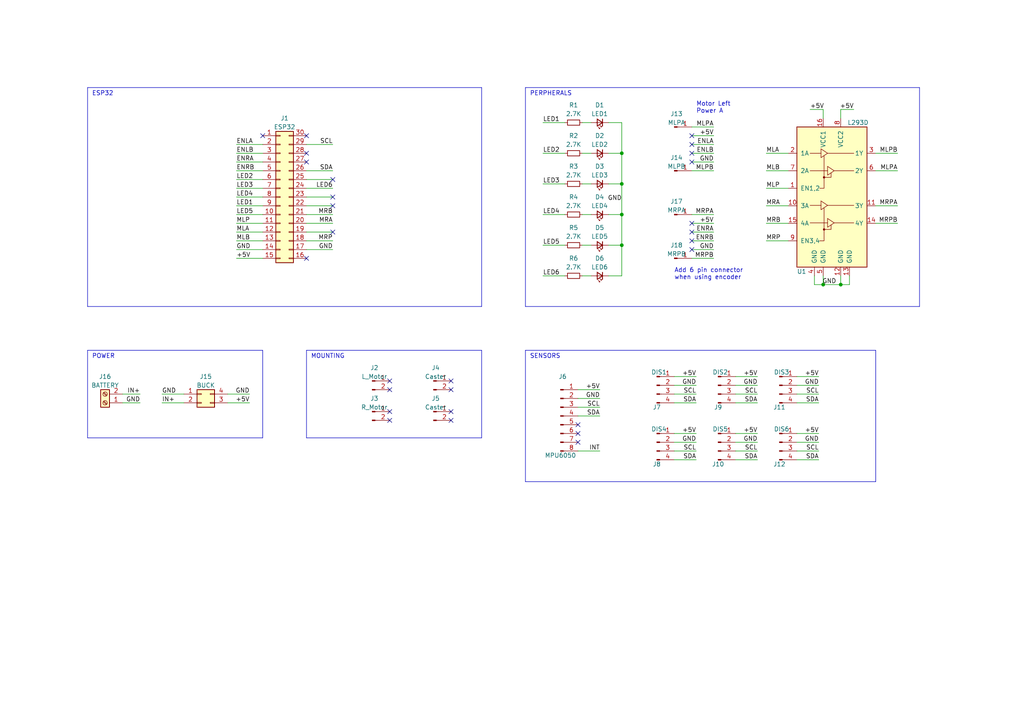
<source format=kicad_sch>
(kicad_sch (version 20230121) (generator eeschema)
  (paper "A4")
  (lib_symbols
    (symbol "Connector:Conn_01x01_Male" (pin_names (offset 1.016) hide)
      (property "Reference" "J" (at 0 2.54 0))
      (property "Value" "Conn_01x01_Male" (at 0 -2.54 0))
      (symbol "Conn_01x01_Male_1_1"
        (polyline (pts (xy 1.27 0) (xy 0.8636 0)) (stroke (width 0.1524)))
        (rectangle (start 0.8636 0.127) (end 0 -0.127) (stroke (width 0.1524)) (fill (type outline)))
        (pin passive line (at 5.08 0 180) (length 3.81) (name "Pin_1") (number "1"))
      )
    )
    (symbol "Connector:Conn_01x02_Male" (pin_names (offset 1.016) hide)
      (property "Reference" "J" (at 0 2.54 0))
      (property "Value" "Conn_01x02_Male" (at 0 -5.08 0))
      (symbol "Conn_01x02_Male_1_1"
        (polyline (pts (xy 1.27 -2.54) (xy 0.8636 -2.54)) (stroke (width 0.1524)))
        (polyline (pts (xy 1.27 0) (xy 0.8636 0)) (stroke (width 0.1524)))
        (rectangle (start 0.8636 -2.413) (end 0 -2.667) (stroke (width 0.1524)) (fill (type outline)))
        (rectangle (start 0.8636 0.127) (end 0 -0.127) (stroke (width 0.1524)) (fill (type outline)))
        (pin passive line (at 5.08 0 180) (length 3.81) (name "Pin_1") (number "1"))
        (pin passive line (at 5.08 -2.54 180) (length 3.81) (name "Pin_2") (number "2"))
      )
    )
    (symbol "Connector:Conn_01x04_Male" (pin_names (offset 1.016) hide)
      (property "Reference" "J" (at 0 5.08 0))
      (property "Value" "Conn_01x04_Male" (at 0 -7.62 0))
      (symbol "Conn_01x04_Male_1_1"
        (polyline (pts (xy 1.27 -5.08) (xy 0.8636 -5.08)) (stroke (width 0.1524)))
        (polyline (pts (xy 1.27 -2.54) (xy 0.8636 -2.54)) (stroke (width 0.1524)))
        (polyline (pts (xy 1.27 0) (xy 0.8636 0)) (stroke (width 0.1524)))
        (polyline (pts (xy 1.27 2.54) (xy 0.8636 2.54)) (stroke (width 0.1524)))
        (rectangle (start 0.8636 -4.953) (end 0 -5.207) (stroke (width 0.1524)) (fill (type outline)))
        (rectangle (start 0.8636 -2.413) (end 0 -2.667) (stroke (width 0.1524)) (fill (type outline)))
        (rectangle (start 0.8636 0.127) (end 0 -0.127) (stroke (width 0.1524)) (fill (type outline)))
        (rectangle (start 0.8636 2.667) (end 0 2.413) (stroke (width 0.1524)) (fill (type outline)))
        (pin passive line (at 5.08 2.54 180) (length 3.81) (name "Pin_1") (number "1"))
        (pin passive line (at 5.08 0 180) (length 3.81) (name "Pin_2") (number "2"))
        (pin passive line (at 5.08 -2.54 180) (length 3.81) (name "Pin_3") (number "3"))
        (pin passive line (at 5.08 -5.08 180) (length 3.81) (name "Pin_4") (number "4"))
      )
    )
    (symbol "Connector:Conn_01x08_Male" (pin_names (offset 1.016) hide)
      (property "Reference" "J" (at 0 10.16 0))
      (property "Value" "Conn_01x08_Male" (at 0 -12.7 0))
      (symbol "Conn_01x08_Male_1_1"
        (polyline (pts (xy 1.27 -10.16) (xy 0.8636 -10.16)) (stroke (width 0.1524)))
        (polyline (pts (xy 1.27 -7.62) (xy 0.8636 -7.62)) (stroke (width 0.1524)))
        (polyline (pts (xy 1.27 -5.08) (xy 0.8636 -5.08)) (stroke (width 0.1524)))
        (polyline (pts (xy 1.27 -2.54) (xy 0.8636 -2.54)) (stroke (width 0.1524)))
        (polyline (pts (xy 1.27 0) (xy 0.8636 0)) (stroke (width 0.1524)))
        (polyline (pts (xy 1.27 2.54) (xy 0.8636 2.54)) (stroke (width 0.1524)))
        (polyline (pts (xy 1.27 5.08) (xy 0.8636 5.08)) (stroke (width 0.1524)))
        (polyline (pts (xy 1.27 7.62) (xy 0.8636 7.62)) (stroke (width 0.1524)))
        (rectangle (start 0.8636 -10.033) (end 0 -10.287) (stroke (width 0.1524)) (fill (type outline)))
        (rectangle (start 0.8636 -7.493) (end 0 -7.747) (stroke (width 0.1524)) (fill (type outline)))
        (rectangle (start 0.8636 -4.953) (end 0 -5.207) (stroke (width 0.1524)) (fill (type outline)))
        (rectangle (start 0.8636 -2.413) (end 0 -2.667) (stroke (width 0.1524)) (fill (type outline)))
        (rectangle (start 0.8636 0.127) (end 0 -0.127) (stroke (width 0.1524)) (fill (type outline)))
        (rectangle (start 0.8636 2.667) (end 0 2.413) (stroke (width 0.1524)) (fill (type outline)))
        (rectangle (start 0.8636 5.207) (end 0 4.953) (stroke (width 0.1524)) (fill (type outline)))
        (rectangle (start 0.8636 7.747) (end 0 7.493) (stroke (width 0.1524)) (fill (type outline)))
        (pin passive line (at 5.08 7.62 180) (length 3.81) (name "Pin_1") (number "1"))
        (pin passive line (at 5.08 5.08 180) (length 3.81) (name "Pin_2") (number "2"))
        (pin passive line (at 5.08 2.54 180) (length 3.81) (name "Pin_3") (number "3"))
        (pin passive line (at 5.08 0 180) (length 3.81) (name "Pin_4") (number "4"))
        (pin passive line (at 5.08 -2.54 180) (length 3.81) (name "Pin_5") (number "5"))
        (pin passive line (at 5.08 -5.08 180) (length 3.81) (name "Pin_6") (number "6"))
        (pin passive line (at 5.08 -7.62 180) (length 3.81) (name "Pin_7") (number "7"))
        (pin passive line (at 5.08 -10.16 180) (length 3.81) (name "Pin_8") (number "8"))
      )
    )
    (symbol "Connector:Screw_Terminal_01x02" (pin_names (offset 1.016) hide)
      (property "Reference" "J" (at 0 2.54 0))
      (property "Value" "Screw_Terminal_01x02" (at 0 -5.08 0))
      (symbol "Screw_Terminal_01x02_1_1"
        (rectangle (start -1.27 1.27) (end 1.27 -3.81) (stroke (width 0.254)) (fill (type background)))
        (circle (center 0 -2.54) (radius 0.635) (stroke (width 0.1524)))
        (polyline (pts (xy -0.5334 -2.2098) (xy 0.3302 -3.048)) (stroke (width 0.1524)))
        (polyline (pts (xy -0.5334 0.3302) (xy 0.3302 -0.508)) (stroke (width 0.1524)))
        (polyline (pts (xy -0.3556 -2.032) (xy 0.508 -2.8702)) (stroke (width 0.1524)))
        (polyline (pts (xy -0.3556 0.508) (xy 0.508 -0.3302)) (stroke (width 0.1524)))
        (circle (center 0 0) (radius 0.635) (stroke (width 0.1524)))
        (pin passive line (at -5.08 0 0) (length 3.81) (name "Pin_1") (number "1"))
        (pin passive line (at -5.08 -2.54 0) (length 3.81) (name "Pin_2") (number "2"))
      )
    )
    (symbol "Connector_Generic:Conn_02x02_Counter_Clockwise" (pin_names (offset 1.016) hide)
      (property "Reference" "J" (at 1.27 2.54 0))
      (property "Value" "Conn_02x02_Counter_Clockwise" (at 1.27 -5.08 0))
      (symbol "Conn_02x02_Counter_Clockwise_1_1"
        (rectangle (start -1.27 -2.413) (end 0 -2.667) (stroke (width 0.1524)))
        (rectangle (start -1.27 0.127) (end 0 -0.127) (stroke (width 0.1524)))
        (rectangle (start -1.27 1.27) (end 3.81 -3.81) (stroke (width 0.254)) (fill (type background)))
        (rectangle (start 3.81 -2.413) (end 2.54 -2.667) (stroke (width 0.1524)))
        (rectangle (start 3.81 0.127) (end 2.54 -0.127) (stroke (width 0.1524)))
        (pin passive line (at -5.08 0 0) (length 3.81) (name "Pin_1") (number "1"))
        (pin passive line (at -5.08 -2.54 0) (length 3.81) (name "Pin_2") (number "2"))
        (pin passive line (at 7.62 -2.54 180) (length 3.81) (name "Pin_3") (number "3"))
        (pin passive line (at 7.62 0 180) (length 3.81) (name "Pin_4") (number "4"))
      )
    )
    (symbol "Connector_Generic:Conn_02x15_Counter_Clockwise" (pin_names (offset 1.016) hide)
      (property "Reference" "J" (at 1.27 20.32 0))
      (property "Value" "Conn_02x15_Counter_Clockwise" (at 1.27 -20.32 0))
      (symbol "Conn_02x15_Counter_Clockwise_1_1"
        (rectangle (start -1.27 -17.653) (end 0 -17.907) (stroke (width 0.1524)))
        (rectangle (start -1.27 -15.113) (end 0 -15.367) (stroke (width 0.1524)))
        (rectangle (start -1.27 -12.573) (end 0 -12.827) (stroke (width 0.1524)))
        (rectangle (start -1.27 -10.033) (end 0 -10.287) (stroke (width 0.1524)))
        (rectangle (start -1.27 -7.493) (end 0 -7.747) (stroke (width 0.1524)))
        (rectangle (start -1.27 -4.953) (end 0 -5.207) (stroke (width 0.1524)))
        (rectangle (start -1.27 -2.413) (end 0 -2.667) (stroke (width 0.1524)))
        (rectangle (start -1.27 0.127) (end 0 -0.127) (stroke (width 0.1524)))
        (rectangle (start -1.27 2.667) (end 0 2.413) (stroke (width 0.1524)))
        (rectangle (start -1.27 5.207) (end 0 4.953) (stroke (width 0.1524)))
        (rectangle (start -1.27 7.747) (end 0 7.493) (stroke (width 0.1524)))
        (rectangle (start -1.27 10.287) (end 0 10.033) (stroke (width 0.1524)))
        (rectangle (start -1.27 12.827) (end 0 12.573) (stroke (width 0.1524)))
        (rectangle (start -1.27 15.367) (end 0 15.113) (stroke (width 0.1524)))
        (rectangle (start -1.27 17.907) (end 0 17.653) (stroke (width 0.1524)))
        (rectangle (start -1.27 19.05) (end 3.81 -19.05) (stroke (width 0.254)) (fill (type background)))
        (rectangle (start 3.81 -17.653) (end 2.54 -17.907) (stroke (width 0.1524)))
        (rectangle (start 3.81 -15.113) (end 2.54 -15.367) (stroke (width 0.1524)))
        (rectangle (start 3.81 -12.573) (end 2.54 -12.827) (stroke (width 0.1524)))
        (rectangle (start 3.81 -10.033) (end 2.54 -10.287) (stroke (width 0.1524)))
        (rectangle (start 3.81 -7.493) (end 2.54 -7.747) (stroke (width 0.1524)))
        (rectangle (start 3.81 -4.953) (end 2.54 -5.207) (stroke (width 0.1524)))
        (rectangle (start 3.81 -2.413) (end 2.54 -2.667) (stroke (width 0.1524)))
        (rectangle (start 3.81 0.127) (end 2.54 -0.127) (stroke (width 0.1524)))
        (rectangle (start 3.81 2.667) (end 2.54 2.413) (stroke (width 0.1524)))
        (rectangle (start 3.81 5.207) (end 2.54 4.953) (stroke (width 0.1524)))
        (rectangle (start 3.81 7.747) (end 2.54 7.493) (stroke (width 0.1524)))
        (rectangle (start 3.81 10.287) (end 2.54 10.033) (stroke (width 0.1524)))
        (rectangle (start 3.81 12.827) (end 2.54 12.573) (stroke (width 0.1524)))
        (rectangle (start 3.81 15.367) (end 2.54 15.113) (stroke (width 0.1524)))
        (rectangle (start 3.81 17.907) (end 2.54 17.653) (stroke (width 0.1524)))
        (pin passive line (at -5.08 17.78 0) (length 3.81) (name "Pin_1") (number "1"))
        (pin passive line (at -5.08 -5.08 0) (length 3.81) (name "Pin_10") (number "10"))
        (pin passive line (at -5.08 -7.62 0) (length 3.81) (name "Pin_11") (number "11"))
        (pin passive line (at -5.08 -10.16 0) (length 3.81) (name "Pin_12") (number "12"))
        (pin passive line (at -5.08 -12.7 0) (length 3.81) (name "Pin_13") (number "13"))
        (pin passive line (at -5.08 -15.24 0) (length 3.81) (name "Pin_14") (number "14"))
        (pin passive line (at -5.08 -17.78 0) (length 3.81) (name "Pin_15") (number "15"))
        (pin passive line (at 7.62 -17.78 180) (length 3.81) (name "Pin_16") (number "16"))
        (pin passive line (at 7.62 -15.24 180) (length 3.81) (name "Pin_17") (number "17"))
        (pin passive line (at 7.62 -12.7 180) (length 3.81) (name "Pin_18") (number "18"))
        (pin passive line (at 7.62 -10.16 180) (length 3.81) (name "Pin_19") (number "19"))
        (pin passive line (at -5.08 15.24 0) (length 3.81) (name "Pin_2") (number "2"))
        (pin passive line (at 7.62 -7.62 180) (length 3.81) (name "Pin_20") (number "20"))
        (pin passive line (at 7.62 -5.08 180) (length 3.81) (name "Pin_21") (number "21"))
        (pin passive line (at 7.62 -2.54 180) (length 3.81) (name "Pin_22") (number "22"))
        (pin passive line (at 7.62 0 180) (length 3.81) (name "Pin_23") (number "23"))
        (pin passive line (at 7.62 2.54 180) (length 3.81) (name "Pin_24") (number "24"))
        (pin passive line (at 7.62 5.08 180) (length 3.81) (name "Pin_25") (number "25"))
        (pin passive line (at 7.62 7.62 180) (length 3.81) (name "Pin_26") (number "26"))
        (pin passive line (at 7.62 10.16 180) (length 3.81) (name "Pin_27") (number "27"))
        (pin passive line (at 7.62 12.7 180) (length 3.81) (name "Pin_28") (number "28"))
        (pin passive line (at 7.62 15.24 180) (length 3.81) (name "Pin_29") (number "29"))
        (pin passive line (at -5.08 12.7 0) (length 3.81) (name "Pin_3") (number "3"))
        (pin passive line (at 7.62 17.78 180) (length 3.81) (name "Pin_30") (number "30"))
        (pin passive line (at -5.08 10.16 0) (length 3.81) (name "Pin_4") (number "4"))
        (pin passive line (at -5.08 7.62 0) (length 3.81) (name "Pin_5") (number "5"))
        (pin passive line (at -5.08 5.08 0) (length 3.81) (name "Pin_6") (number "6"))
        (pin passive line (at -5.08 2.54 0) (length 3.81) (name "Pin_7") (number "7"))
        (pin passive line (at -5.08 0 0) (length 3.81) (name "Pin_8") (number "8"))
        (pin passive line (at -5.08 -2.54 0) (length 3.81) (name "Pin_9") (number "9"))
      )
    )
    (symbol "Device:LED_Small" (pin_numbers hide) (pin_names (offset 0.254) hide)
      (property "Reference" "D" (at -1.27 3.175 0))
      (property "Value" "LED_Small" (at -4.445 -2.54 0))
      (symbol "LED_Small_0_1"
        (polyline (pts (xy -0.762 -1.016) (xy -0.762 1.016)) (stroke (width 0.254)))
        (polyline (pts (xy 1.016 0) (xy -0.762 0)))
        (polyline (pts (xy 0.762 -1.016) (xy -0.762 0) (xy 0.762 1.016) (xy 0.762 -1.016)) (stroke (width 0.254)))
        (polyline (pts (xy 0 0.762) (xy -0.508 1.27) (xy -0.254 1.27) (xy -0.508 1.27) (xy -0.508 1.016)))
        (polyline (pts (xy 0.508 1.27) (xy 0 1.778) (xy 0.254 1.778) (xy 0 1.778) (xy 0 1.524)))
      )
      (symbol "LED_Small_1_1"
        (pin passive line (at -2.54 0 0) (length 1.778) (name "K") (number "1"))
        (pin passive line (at 2.54 0 180) (length 1.778) (name "A") (number "2"))
      )
    )
    (symbol "Device:R_Small" (pin_numbers hide) (pin_names (offset 0.254) hide)
      (property "Reference" "R" (at 0.762 0.508 0))
      (property "Value" "R_Small" (at 0.762 -1.016 0))
      (symbol "R_Small_0_1"
        (rectangle (start -0.762 1.778) (end 0.762 -1.778) (stroke (width 0.2032)))
      )
      (symbol "R_Small_1_1"
        (pin passive line (at 0 2.54 270) (length 0.762) (name "~") (number "1"))
        (pin passive line (at 0 -2.54 90) (length 0.762) (name "~") (number "2"))
      )
    )
    (symbol "Driver_Motor:L293D" (pin_names (offset 1.016))
      (property "Reference" "U" (at -5.08 26.035 0))
      (property "Value" "L293D" (at -5.08 24.13 0))
      (symbol "L293D_0_1"
        (rectangle (start -10.16 22.86) (end 10.16 -17.78) (stroke (width 0.254)) (fill (type background)))
        (circle (center -2.286 -6.858) (radius 0.254) (fill (type outline)))
        (circle (center -2.286 8.255) (radius 0.254) (fill (type outline)))
        (polyline (pts (xy -6.35 -4.953) (xy -1.27 -4.953)))
        (polyline (pts (xy -6.35 0.127) (xy -3.175 0.127)))
        (polyline (pts (xy -6.35 10.16) (xy -1.27 10.16)))
        (polyline (pts (xy -6.35 15.24) (xy -3.175 15.24)))
        (polyline (pts (xy -1.27 0.127) (xy 6.35 0.127)))
        (polyline (pts (xy -1.27 15.24) (xy 6.35 15.24)))
        (polyline (pts (xy 0.635 -4.953) (xy 6.35 -4.953)))
        (polyline (pts (xy 0.635 10.16) (xy 6.35 10.16)))
        (polyline (pts (xy -2.286 -6.858) (xy -0.254 -6.858) (xy -0.254 -5.588)))
        (polyline (pts (xy -2.286 -0.635) (xy -2.286 -10.16) (xy -3.556 -10.16)))
        (polyline (pts (xy -2.286 8.255) (xy -0.254 8.255) (xy -0.254 9.525)))
        (polyline (pts (xy -2.286 14.478) (xy -2.286 5.08) (xy -3.556 5.08)))
        (polyline (pts (xy -3.175 1.397) (xy -3.175 -1.143) (xy -1.27 0.127) (xy -3.175 1.397)))
        (polyline (pts (xy -3.175 16.51) (xy -3.175 13.97) (xy -1.27 15.24) (xy -3.175 16.51)))
        (polyline (pts (xy -1.27 -3.683) (xy -1.27 -6.223) (xy 0.635 -4.953) (xy -1.27 -3.683)))
        (polyline (pts (xy -1.27 11.43) (xy -1.27 8.89) (xy 0.635 10.16) (xy -1.27 11.43)))
      )
      (symbol "L293D_1_1"
        (pin input line (at -12.7 5.08 0) (length 2.54) (name "EN1,2") (number "1"))
        (pin input line (at -12.7 0 0) (length 2.54) (name "3A") (number "10"))
        (pin output line (at 12.7 0 180) (length 2.54) (name "3Y") (number "11"))
        (pin power_in line (at 2.54 -20.32 90) (length 2.54) (name "GND") (number "12"))
        (pin power_in line (at 5.08 -20.32 90) (length 2.54) (name "GND") (number "13"))
        (pin output line (at 12.7 -5.08 180) (length 2.54) (name "4Y") (number "14"))
        (pin input line (at -12.7 -5.08 0) (length 2.54) (name "4A") (number "15"))
        (pin power_in line (at -2.54 25.4 270) (length 2.54) (name "VCC1") (number "16"))
        (pin input line (at -12.7 15.24 0) (length 2.54) (name "1A") (number "2"))
        (pin output line (at 12.7 15.24 180) (length 2.54) (name "1Y") (number "3"))
        (pin power_in line (at -5.08 -20.32 90) (length 2.54) (name "GND") (number "4"))
        (pin power_in line (at -2.54 -20.32 90) (length 2.54) (name "GND") (number "5"))
        (pin output line (at 12.7 10.16 180) (length 2.54) (name "2Y") (number "6"))
        (pin input line (at -12.7 10.16 0) (length 2.54) (name "2A") (number "7"))
        (pin power_in line (at 2.54 25.4 270) (length 2.54) (name "VCC2") (number "8"))
        (pin input line (at -12.7 -10.16 0) (length 2.54) (name "EN3,4") (number "9"))
      )
    )
  )
  (junction (at 243.84 82.55))
  (junction (at 238.76 82.55))
  (junction (at 180.34 44.45))
  (junction (at 180.34 71.12))
  (junction (at 180.34 62.23))
  (junction (at 180.34 53.34))
  (no_connect (at 88.9 39.37))
  (no_connect (at 200.66 67.31))
  (no_connect (at 113.03 121.92))
  (no_connect (at 167.64 125.73))
  (no_connect (at 200.66 44.45))
  (no_connect (at 130.81 113.03))
  (no_connect (at 200.66 39.37))
  (no_connect (at 113.03 113.03))
  (no_connect (at 200.66 64.77))
  (no_connect (at 113.03 119.38))
  (no_connect (at 130.81 121.92))
  (no_connect (at 130.81 110.49))
  (no_connect (at 200.66 46.99))
  (no_connect (at 96.52 57.15))
  (no_connect (at 167.64 128.27))
  (no_connect (at 167.64 123.19))
  (no_connect (at 88.9 74.93))
  (no_connect (at 200.66 69.85))
  (no_connect (at 130.81 119.38))
  (no_connect (at 96.52 52.07))
  (no_connect (at 96.52 67.31))
  (no_connect (at 88.9 44.45))
  (no_connect (at 200.66 72.39))
  (no_connect (at 76.2 39.37))
  (no_connect (at 113.03 110.49))
  (no_connect (at 96.52 59.69))
  (no_connect (at 88.9 46.99))
  (no_connect (at 200.66 41.91))
  (wire (pts (xy 88.9 67.31) (xy 96.52 67.31)))
  (wire (pts (xy 180.34 71.12) (xy 180.34 80.01)))
  (wire (pts (xy 176.53 53.34) (xy 180.34 53.34)))
  (polyline (pts (xy 152.4 88.9) (xy 266.7 88.9)))
  (wire (pts (xy 180.34 80.01) (xy 176.53 80.01)))
  (wire (pts (xy 222.25 49.53) (xy 228.6 49.53)))
  (wire (pts (xy 231.14 116.84) (xy 237.49 116.84)))
  (wire (pts (xy 68.58 72.39) (xy 76.2 72.39)))
  (wire (pts (xy 200.66 74.93) (xy 207.01 74.93)))
  (wire (pts (xy 195.58 130.81) (xy 201.93 130.81)))
  (wire (pts (xy 167.64 118.11) (xy 173.99 118.11)))
  (wire (pts (xy 200.66 72.39) (xy 207.01 72.39)))
  (wire (pts (xy 68.58 52.07) (xy 76.2 52.07)))
  (wire (pts (xy 254 44.45) (xy 260.35 44.45)))
  (wire (pts (xy 168.91 44.45) (xy 171.45 44.45)))
  (wire (pts (xy 167.64 113.03) (xy 173.99 113.03)))
  (wire (pts (xy 213.36 125.73) (xy 219.71 125.73)))
  (wire (pts (xy 88.9 41.91) (xy 96.52 41.91)))
  (wire (pts (xy 167.64 115.57) (xy 173.99 115.57)))
  (wire (pts (xy 243.84 80.01) (xy 243.84 82.55)))
  (wire (pts (xy 88.9 62.23) (xy 96.52 62.23)))
  (wire (pts (xy 238.76 82.55) (xy 243.84 82.55)))
  (wire (pts (xy 236.22 82.55) (xy 238.76 82.55)))
  (polyline (pts (xy 152.4 101.6) (xy 254 101.6)))
  (wire (pts (xy 180.34 53.34) (xy 180.34 62.23)))
  (wire (pts (xy 200.66 46.99) (xy 207.01 46.99)))
  (wire (pts (xy 46.99 116.84) (xy 53.34 116.84)))
  (polyline (pts (xy 152.4 25.4) (xy 152.4 88.9)))
  (wire (pts (xy 195.58 116.84) (xy 201.93 116.84)))
  (wire (pts (xy 167.64 130.81) (xy 173.99 130.81)))
  (polyline (pts (xy 25.4 88.9) (xy 139.7 88.9)))
  (polyline (pts (xy 152.4 139.7) (xy 254 139.7)))
  (wire (pts (xy 66.04 116.84) (xy 72.39 116.84)))
  (wire (pts (xy 200.66 49.53) (xy 207.01 49.53)))
  (wire (pts (xy 200.66 41.91) (xy 207.01 41.91)))
  (polyline (pts (xy 152.4 101.6) (xy 152.4 139.7)))
  (wire (pts (xy 176.53 44.45) (xy 180.34 44.45)))
  (wire (pts (xy 68.58 62.23) (xy 76.2 62.23)))
  (polyline (pts (xy 139.7 127) (xy 139.7 101.6)))
  (wire (pts (xy 157.48 35.56) (xy 163.83 35.56)))
  (wire (pts (xy 213.36 114.3) (xy 219.71 114.3)))
  (wire (pts (xy 88.9 59.69) (xy 96.52 59.69)))
  (polyline (pts (xy 25.4 25.4) (xy 139.7 25.4)))
  (wire (pts (xy 222.25 69.85) (xy 228.6 69.85)))
  (wire (pts (xy 195.58 109.22) (xy 201.93 109.22)))
  (wire (pts (xy 200.66 39.37) (xy 207.01 39.37)))
  (wire (pts (xy 68.58 67.31) (xy 76.2 67.31)))
  (wire (pts (xy 176.53 35.56) (xy 180.34 35.56)))
  (wire (pts (xy 180.34 62.23) (xy 180.34 71.12)))
  (wire (pts (xy 222.25 44.45) (xy 228.6 44.45)))
  (wire (pts (xy 68.58 41.91) (xy 76.2 41.91)))
  (polyline (pts (xy 25.4 101.6) (xy 76.2 101.6)))
  (wire (pts (xy 167.64 120.65) (xy 173.99 120.65)))
  (polyline (pts (xy 25.4 127) (xy 76.2 127)))
  (wire (pts (xy 66.04 114.3) (xy 72.39 114.3)))
  (wire (pts (xy 68.58 74.93) (xy 76.2 74.93)))
  (wire (pts (xy 200.66 67.31) (xy 207.01 67.31)))
  (wire (pts (xy 157.48 53.34) (xy 163.83 53.34)))
  (wire (pts (xy 195.58 125.73) (xy 201.93 125.73)))
  (polyline (pts (xy 266.7 88.9) (xy 266.7 25.4)))
  (wire (pts (xy 246.38 82.55) (xy 246.38 80.01)))
  (wire (pts (xy 200.66 44.45) (xy 207.01 44.45)))
  (polyline (pts (xy 25.4 25.4) (xy 25.4 88.9)))
  (wire (pts (xy 213.36 128.27) (xy 219.71 128.27)))
  (wire (pts (xy 157.48 44.45) (xy 163.83 44.45)))
  (wire (pts (xy 157.48 62.23) (xy 163.83 62.23)))
  (wire (pts (xy 200.66 36.83) (xy 207.01 36.83)))
  (wire (pts (xy 195.58 133.35) (xy 201.93 133.35)))
  (wire (pts (xy 180.34 35.56) (xy 180.34 44.45)))
  (wire (pts (xy 168.91 53.34) (xy 171.45 53.34)))
  (wire (pts (xy 88.9 69.85) (xy 96.52 69.85)))
  (wire (pts (xy 68.58 54.61) (xy 76.2 54.61)))
  (wire (pts (xy 88.9 52.07) (xy 96.52 52.07)))
  (wire (pts (xy 168.91 71.12) (xy 171.45 71.12)))
  (wire (pts (xy 243.84 82.55) (xy 246.38 82.55)))
  (wire (pts (xy 157.48 80.01) (xy 163.83 80.01)))
  (wire (pts (xy 231.14 130.81) (xy 237.49 130.81)))
  (wire (pts (xy 88.9 57.15) (xy 96.52 57.15)))
  (wire (pts (xy 157.48 71.12) (xy 163.83 71.12)))
  (wire (pts (xy 68.58 49.53) (xy 76.2 49.53)))
  (polyline (pts (xy 25.4 101.6) (xy 25.4 127)))
  (polyline (pts (xy 139.7 88.9) (xy 139.7 25.4)))
  (polyline (pts (xy 88.9 101.6) (xy 88.9 127)))
  (wire (pts (xy 35.56 116.84) (xy 40.64 116.84)))
  (polyline (pts (xy 88.9 127) (xy 139.7 127)))
  (wire (pts (xy 176.53 62.23) (xy 180.34 62.23)))
  (wire (pts (xy 222.25 54.61) (xy 228.6 54.61)))
  (polyline (pts (xy 152.4 25.4) (xy 266.7 25.4)))
  (wire (pts (xy 195.58 128.27) (xy 201.93 128.27)))
  (wire (pts (xy 195.58 111.76) (xy 201.93 111.76)))
  (wire (pts (xy 243.84 31.75) (xy 243.84 34.29)))
  (wire (pts (xy 247.65 31.75) (xy 243.84 31.75)))
  (wire (pts (xy 231.14 133.35) (xy 237.49 133.35)))
  (wire (pts (xy 254 59.69) (xy 260.35 59.69)))
  (wire (pts (xy 222.25 64.77) (xy 228.6 64.77)))
  (wire (pts (xy 88.9 72.39) (xy 96.52 72.39)))
  (wire (pts (xy 231.14 125.73) (xy 237.49 125.73)))
  (wire (pts (xy 213.36 116.84) (xy 219.71 116.84)))
  (wire (pts (xy 238.76 80.01) (xy 238.76 82.55)))
  (wire (pts (xy 231.14 111.76) (xy 237.49 111.76)))
  (wire (pts (xy 46.99 114.3) (xy 53.34 114.3)))
  (wire (pts (xy 231.14 114.3) (xy 237.49 114.3)))
  (polyline (pts (xy 76.2 127) (xy 76.2 101.6)))
  (wire (pts (xy 176.53 71.12) (xy 180.34 71.12)))
  (wire (pts (xy 180.34 44.45) (xy 180.34 53.34)))
  (wire (pts (xy 222.25 59.69) (xy 228.6 59.69)))
  (wire (pts (xy 168.91 62.23) (xy 171.45 62.23)))
  (wire (pts (xy 213.36 111.76) (xy 219.71 111.76)))
  (wire (pts (xy 200.66 64.77) (xy 207.01 64.77)))
  (wire (pts (xy 35.56 114.3) (xy 40.64 114.3)))
  (polyline (pts (xy 88.9 101.6) (xy 139.7 101.6)))
  (wire (pts (xy 200.66 62.23) (xy 207.01 62.23)))
  (wire (pts (xy 68.58 69.85) (xy 76.2 69.85)))
  (wire (pts (xy 68.58 57.15) (xy 76.2 57.15)))
  (wire (pts (xy 68.58 64.77) (xy 76.2 64.77)))
  (wire (pts (xy 254 64.77) (xy 260.35 64.77)))
  (wire (pts (xy 68.58 44.45) (xy 76.2 44.45)))
  (wire (pts (xy 168.91 80.01) (xy 171.45 80.01)))
  (wire (pts (xy 236.22 80.01) (xy 236.22 82.55)))
  (wire (pts (xy 68.58 46.99) (xy 76.2 46.99)))
  (wire (pts (xy 213.36 133.35) (xy 219.71 133.35)))
  (wire (pts (xy 238.76 31.75) (xy 238.76 34.29)))
  (wire (pts (xy 200.66 69.85) (xy 207.01 69.85)))
  (polyline (pts (xy 254 139.7) (xy 254 101.6)))
  (wire (pts (xy 88.9 49.53) (xy 96.52 49.53)))
  (wire (pts (xy 68.58 59.69) (xy 76.2 59.69)))
  (wire (pts (xy 231.14 109.22) (xy 237.49 109.22)))
  (wire (pts (xy 213.36 130.81) (xy 219.71 130.81)))
  (wire (pts (xy 195.58 114.3) (xy 201.93 114.3)))
  (wire (pts (xy 88.9 64.77) (xy 96.52 64.77)))
  (wire (pts (xy 234.95 31.75) (xy 238.76 31.75)))
  (wire (pts (xy 168.91 35.56) (xy 171.45 35.56)))
  (wire (pts (xy 88.9 54.61) (xy 96.52 54.61)))
  (wire (pts (xy 231.14 128.27) (xy 237.49 128.27)))
  (wire (pts (xy 254 49.53) (xy 260.35 49.53)))
  (wire (pts (xy 213.36 109.22) (xy 219.71 109.22)))
  (text "SENSORS" (at 153.67 104.14 0) (effects (font (size 1.27 1.27)) (justify left bottom)))
  (text "Add 6 pin connector\nwhen using encoder" (at 195.58 81.28 0) (effects (font (size 1.27 1.27)) (justify left bottom)))
  (text "ESP32" (at 26.67 27.94 0) (effects (font (size 1.27 1.27)) (justify left bottom)))
  (text "POWER" (at 26.67 104.14 0) (effects (font (size 1.27 1.27)) (justify left bottom)))
  (text "PERPHERALS" (at 153.67 27.94 0) (effects (font (size 1.27 1.27)) (justify left bottom)))
  (text "Motor Left\nPower A" (at 201.93 33.02 0) (effects (font (size 1.27 1.27)) (justify left bottom)))
  (text "MOUNTING" (at 90.17 104.14 0) (effects (font (size 1.27 1.27)) (justify left bottom)))
  (label "LED3" (at 157.48 53.34 0))
  (label "INT" (at 173.99 130.81 180))
  (label "+5V" (at 72.39 116.84 180))
  (label "MRA" (at 222.25 59.69 0))
  (label "IN+" (at 40.64 114.3 180))
  (label "MRP" (at 222.25 69.85 0))
  (label "SCL" (at 201.93 114.3 180))
  (label "+5V" (at 68.58 74.93 0))
  (label "GND" (at 207.01 46.99 180))
  (label "MRPA" (at 260.35 59.69 180))
  (label "SDA" (at 96.52 49.53 180))
  (label "SDA" (at 201.93 116.84 180))
  (label "+5V" (at 237.49 125.73 180))
  (label "MLA" (at 222.25 44.45 0))
  (label "LED1" (at 157.48 35.56 0))
  (label "GND" (at 72.39 114.3 180))
  (label "MRPA" (at 207.01 62.23 180))
  (label "+5V" (at 237.49 109.22 180))
  (label "GND" (at 201.93 128.27 180))
  (label "MRB" (at 222.25 64.77 0))
  (label "+5V" (at 219.71 109.22 180))
  (label "SDA" (at 219.71 133.35 180))
  (label "GND" (at 237.49 128.27 180))
  (label "GND" (at 242.57 82.55 180))
  (label "+5V" (at 173.99 113.03 180))
  (label "GND" (at 180.34 58.42 180))
  (label "GND" (at 201.93 111.76 180))
  (label "LED4" (at 68.58 57.15 0))
  (label "LED5" (at 157.48 71.12 0))
  (label "+5V" (at 207.01 39.37 180))
  (label "ENRB" (at 207.01 69.85 180))
  (label "+5V" (at 234.95 31.75 0))
  (label "MRB" (at 96.52 62.23 180))
  (label "SCL" (at 237.49 130.81 180))
  (label "MRPB" (at 260.35 64.77 180))
  (label "LED4" (at 157.48 62.23 0))
  (label "SDA" (at 173.99 120.65 180))
  (label "SDA" (at 201.93 133.35 180))
  (label "ENLA" (at 68.58 41.91 0))
  (label "MRPB" (at 207.01 74.93 180))
  (label "LED3" (at 68.58 54.61 0))
  (label "+5V" (at 247.65 31.75 180))
  (label "SDA" (at 219.71 116.84 180))
  (label "SCL" (at 219.71 130.81 180))
  (label "ENLB" (at 68.58 44.45 0))
  (label "ENLB" (at 207.01 44.45 180))
  (label "GND" (at 46.99 114.3 0))
  (label "GND" (at 219.71 111.76 180))
  (label "+5V" (at 201.93 109.22 180))
  (label "IN+" (at 46.99 116.84 0))
  (label "LED6" (at 96.52 54.61 180))
  (label "MRP" (at 96.52 69.85 180))
  (label "SDA" (at 237.49 116.84 180))
  (label "ENRB" (at 68.58 49.53 0))
  (label "SCL" (at 219.71 114.3 180))
  (label "MLB" (at 68.58 69.85 0))
  (label "ENLA" (at 207.01 41.91 180))
  (label "SCL" (at 173.99 118.11 180))
  (label "GND" (at 68.58 72.39 0))
  (label "LED5" (at 68.58 62.23 0))
  (label "GND" (at 219.71 128.27 180))
  (label "GND" (at 40.64 116.84 180))
  (label "LED2" (at 157.48 44.45 0))
  (label "+5V" (at 201.93 125.73 180))
  (label "MRA" (at 96.52 64.77 180))
  (label "MLPB" (at 260.35 44.45 180))
  (label "GND" (at 237.49 111.76 180))
  (label "SDA" (at 237.49 133.35 180))
  (label "MLPB" (at 207.01 49.53 180))
  (label "MLP" (at 68.58 64.77 0))
  (label "GND" (at 207.01 72.39 180))
  (label "+5V" (at 219.71 125.73 180))
  (label "MLP" (at 222.25 54.61 0))
  (label "SCL" (at 96.52 41.91 180))
  (label "ENRA" (at 68.58 46.99 0))
  (label "GND" (at 173.99 115.57 180))
  (label "MLA" (at 68.58 67.31 0))
  (label "GND" (at 96.52 72.39 180))
  (label "+5V" (at 207.01 64.77 180))
  (label "LED6" (at 157.48 80.01 0))
  (label "LED1" (at 68.58 59.69 0))
  (label "SCL" (at 237.49 114.3 180))
  (label "MLPA" (at 260.35 49.53 180))
  (label "SCL" (at 201.93 130.81 180))
  (label "MLB" (at 222.25 49.53 0))
  (label "MLPA" (at 207.01 36.83 180))
  (label "LED2" (at 68.58 52.07 0))
  (label "ENRA" (at 207.01 67.31 180))
  (symbol (lib_id "Connector:Conn_01x01_Male") (at 195.58 62.23 0) (unit 1)
    (property "Reference" "J17" (at 196.215 58.42 0))
    (property "Value" "MRPA" (at 196.215 60.96 0))
    (property "Footprint" "Connector_PinHeader_2.54mm:PinHeader_1x01_P2.54mm_Vertical" (effects hide))
  )
  (symbol (lib_id "Driver_Motor:L293D") (at 241.3 59.69 0) (unit 1)
    (property "Reference" "U1" (at 231.14 78.74 0) (effects (justify left)))
    (property "Value" "L293D" (at 245.7959 35.56 0) (effects (justify left)))
    (property "Footprint" "Package_DIP:SMDIP-16_W11.48mm" (effects hide))
    (property "Datasheet" "http://www.ti.com/lit/ds/symlink/l293.pdf" (effects hide))
  )
  (symbol (lib_id "Connector:Conn_01x04_Male") (at 190.5 111.76 0) (unit 1)
    (property "Reference" "J7" (at 190.5 118.11 0))
    (property "Value" "DIS1" (at 191.135 107.95 0))
    (property "Footprint" "Mini-AMR_Library:VL53L0X" (effects hide))
  )
  (symbol (lib_id "Device:R_Small") (at 166.37 71.12 90) (unit 1)
    (property "Reference" "R5" (at 166.37 66.04 90))
    (property "Value" "2.7K" (at 166.37 68.58 90))
    (property "Footprint" "Resistor_SMD:R_0805_2012Metric_Pad1.20x1.40mm_HandSolder" (effects hide))
  )
  (symbol (lib_id "Connector:Conn_01x04_Male") (at 190.5 128.27 0) (unit 1)
    (property "Reference" "J8" (at 190.5 134.62 0))
    (property "Value" "DIS4" (at 191.135 124.46 0))
    (property "Footprint" "Mini-AMR_Library:VL53L0X" (effects hide))
  )
  (symbol (lib_id "Device:R_Small") (at 166.37 62.23 90) (unit 1)
    (property "Reference" "R4" (at 166.37 57.15 90))
    (property "Value" "2.7K" (at 166.37 59.69 90))
    (property "Footprint" "Resistor_SMD:R_0805_2012Metric_Pad1.20x1.40mm_HandSolder" (effects hide))
  )
  (symbol (lib_id "Connector:Conn_01x04_Male") (at 226.06 128.27 0) (unit 1)
    (property "Reference" "J12" (at 226.06 134.62 0))
    (property "Value" "DIS6" (at 226.695 124.46 0))
    (property "Footprint" "Mini-AMR_Library:VL53L0X" (effects hide))
  )
  (symbol (lib_id "Device:R_Small") (at 166.37 44.45 90) (unit 1)
    (property "Reference" "R2" (at 166.37 39.37 90))
    (property "Value" "2.7K" (at 166.37 41.91 90))
    (property "Footprint" "Resistor_SMD:R_0805_2012Metric_Pad1.20x1.40mm_HandSolder" (effects hide))
  )
  (symbol (lib_id "Connector:Conn_01x02_Male") (at 125.73 119.38 0) (unit 1)
    (property "Reference" "J5" (at 126.365 115.57 0))
    (property "Value" "Caster" (at 126.365 118.11 0))
    (property "Footprint" "Mini-AMR_Library:N20 Ball caster" (effects hide))
  )
  (symbol (lib_id "Connector_Generic:Conn_02x02_Counter_Clockwise") (at 58.42 114.3 0) (unit 1)
    (property "Reference" "J15" (at 59.69 109.22 0))
    (property "Value" "BUCK" (at 59.69 111.76 0))
    (property "Footprint" "Mini-AMR_Library:Buck" (effects hide))
  )
  (symbol (lib_id "Connector:Conn_01x02_Male") (at 107.95 119.38 0) (unit 1)
    (property "Reference" "J3" (at 108.585 115.57 0))
    (property "Value" "R_Motor" (at 108.585 118.11 0))
    (property "Footprint" "Mini-AMR_Library:N20 Motor Sys" (effects hide))
  )
  (symbol (lib_id "Device:LED_Small") (at 173.99 71.12 180) (unit 1)
    (property "Reference" "D5" (at 173.9265 66.04 0))
    (property "Value" "LED5" (at 173.9265 68.58 0))
    (property "Footprint" "LED_SMD:LED_0805_2012Metric_Pad1.15x1.40mm_HandSolder" (effects hide))
  )
  (symbol (lib_id "Device:R_Small") (at 166.37 80.01 90) (unit 1)
    (property "Reference" "R6" (at 166.37 74.93 90))
    (property "Value" "2.7K" (at 166.37 77.47 90))
    (property "Footprint" "Resistor_SMD:R_0805_2012Metric_Pad1.20x1.40mm_HandSolder" (effects hide))
  )
  (symbol (lib_id "Connector_Generic:Conn_02x15_Counter_Clockwise") (at 81.28 57.15 0) (unit 1)
    (property "Reference" "J1" (at 82.55 34.29 0))
    (property "Value" "ESP32" (at 82.55 36.83 0))
    (property "Footprint" "Mini-AMR_Library:ESP32" (effects hide))
  )
  (symbol (lib_id "Connector:Conn_01x02_Male") (at 107.95 110.49 0) (unit 1)
    (property "Reference" "J2" (at 108.585 106.68 0))
    (property "Value" "L_Motor" (at 108.585 109.22 0))
    (property "Footprint" "Mini-AMR_Library:N20 Motor Sys" (effects hide))
  )
  (symbol (lib_id "Connector:Conn_01x04_Male") (at 208.28 111.76 0) (unit 1)
    (property "Reference" "J9" (at 208.28 118.11 0))
    (property "Value" "DIS2" (at 208.915 107.95 0))
    (property "Footprint" "Mini-AMR_Library:VL53L0X" (effects hide))
  )
  (symbol (lib_id "Device:R_Small") (at 166.37 53.34 90) (unit 1)
    (property "Reference" "R3" (at 166.37 48.26 90))
    (property "Value" "2.7K" (at 166.37 50.8 90))
    (property "Footprint" "Resistor_SMD:R_0805_2012Metric_Pad1.20x1.40mm_HandSolder" (effects hide))
  )
  (symbol (lib_id "Device:R_Small") (at 166.37 35.56 90) (unit 1)
    (property "Reference" "R1" (at 166.37 30.48 90))
    (property "Value" "2.7K" (at 166.37 33.02 90))
    (property "Footprint" "Resistor_SMD:R_0805_2012Metric_Pad1.20x1.40mm_HandSolder" (effects hide))
  )
  (symbol (lib_id "Connector:Conn_01x04_Male") (at 208.28 128.27 0) (unit 1)
    (property "Reference" "J10" (at 208.28 134.62 0))
    (property "Value" "DIS5" (at 208.915 124.46 0))
    (property "Footprint" "Mini-AMR_Library:VL53L0X" (effects hide))
  )
  (symbol (lib_id "Connector:Conn_01x01_Male") (at 195.58 49.53 0) (unit 1)
    (property "Reference" "J14" (at 196.215 45.72 0))
    (property "Value" "MLPB" (at 196.215 48.26 0))
    (property "Footprint" "Connector_PinHeader_2.54mm:PinHeader_1x01_P2.54mm_Vertical" (effects hide))
  )
  (symbol (lib_id "Device:LED_Small") (at 173.99 53.34 180) (unit 1)
    (property "Reference" "D3" (at 173.9265 48.26 0))
    (property "Value" "LED3" (at 173.9265 50.8 0))
    (property "Footprint" "LED_SMD:LED_0805_2012Metric_Pad1.15x1.40mm_HandSolder" (effects hide))
  )
  (symbol (lib_id "Connector:Conn_01x01_Male") (at 195.58 74.93 0) (unit 1)
    (property "Reference" "J18" (at 196.215 71.12 0))
    (property "Value" "MRPB" (at 196.215 73.66 0))
    (property "Footprint" "Connector_PinHeader_2.54mm:PinHeader_1x01_P2.54mm_Vertical" (effects hide))
  )
  (symbol (lib_id "Device:LED_Small") (at 173.99 44.45 180) (unit 1)
    (property "Reference" "D2" (at 173.9265 39.37 0))
    (property "Value" "LED2" (at 173.9265 41.91 0))
    (property "Footprint" "LED_SMD:LED_0805_2012Metric_Pad1.15x1.40mm_HandSolder" (effects hide))
  )
  (symbol (lib_id "Connector:Conn_01x02_Male") (at 125.73 110.49 0) (unit 1)
    (property "Reference" "J4" (at 126.365 106.68 0))
    (property "Value" "Caster" (at 126.365 109.22 0))
    (property "Footprint" "Mini-AMR_Library:N20 Ball caster" (effects hide))
  )
  (symbol (lib_id "Device:LED_Small") (at 173.99 80.01 180) (unit 1)
    (property "Reference" "D6" (at 173.9265 74.93 0))
    (property "Value" "LED6" (at 173.9265 77.47 0))
    (property "Footprint" "LED_SMD:LED_0805_2012Metric_Pad1.15x1.40mm_HandSolder" (effects hide))
  )
  (symbol (lib_id "Device:LED_Small") (at 173.99 62.23 180) (unit 1)
    (property "Reference" "D4" (at 173.9265 57.15 0))
    (property "Value" "LED4" (at 173.9265 59.69 0))
    (property "Footprint" "LED_SMD:LED_0805_2012Metric_Pad1.15x1.40mm_HandSolder" (effects hide))
  )
  (symbol (lib_id "Connector:Conn_01x08_Male") (at 162.56 120.65 0) (unit 1)
    (property "Reference" "J6" (at 163.195 109.22 0))
    (property "Value" "MPU6050" (at 162.56 132.08 0))
    (property "Footprint" "Mini-AMR_Library:MPU6050" (effects hide))
  )
  (symbol (lib_id "Connector:Conn_01x04_Male") (at 226.06 111.76 0) (unit 1)
    (property "Reference" "J11" (at 226.06 118.11 0))
    (property "Value" "DIS3" (at 226.695 107.95 0))
    (property "Footprint" "Mini-AMR_Library:VL53L0X" (effects hide))
  )
  (symbol (lib_id "Device:LED_Small") (at 173.99 35.56 180) (unit 1)
    (property "Reference" "D1" (at 173.9265 30.48 0))
    (property "Value" "LED1" (at 173.9265 33.02 0))
    (property "Footprint" "LED_SMD:LED_0805_2012Metric_Pad1.15x1.40mm_HandSolder" (effects hide))
  )
  (symbol (lib_id "Connector:Screw_Terminal_01x02") (at 30.48 116.84 180) (unit 1)
    (property "Reference" "J16" (at 30.48 109.22 0))
    (property "Value" "BATTERY" (at 30.48 111.76 0))
    (property "Footprint" "TerminalBlock:TerminalBlock_bornier-2_P5.08mm" (effects hide))
  )
  (symbol (lib_id "Connector:Conn_01x01_Male") (at 195.58 36.83 0) (unit 1)
    (property "Reference" "J13" (at 196.215 33.02 0))
    (property "Value" "MLPA" (at 196.215 35.56 0))
    (property "Footprint" "Connector_PinHeader_2.54mm:PinHeader_1x01_P2.54mm_Vertical" (effects hide))
  )
)
</source>
